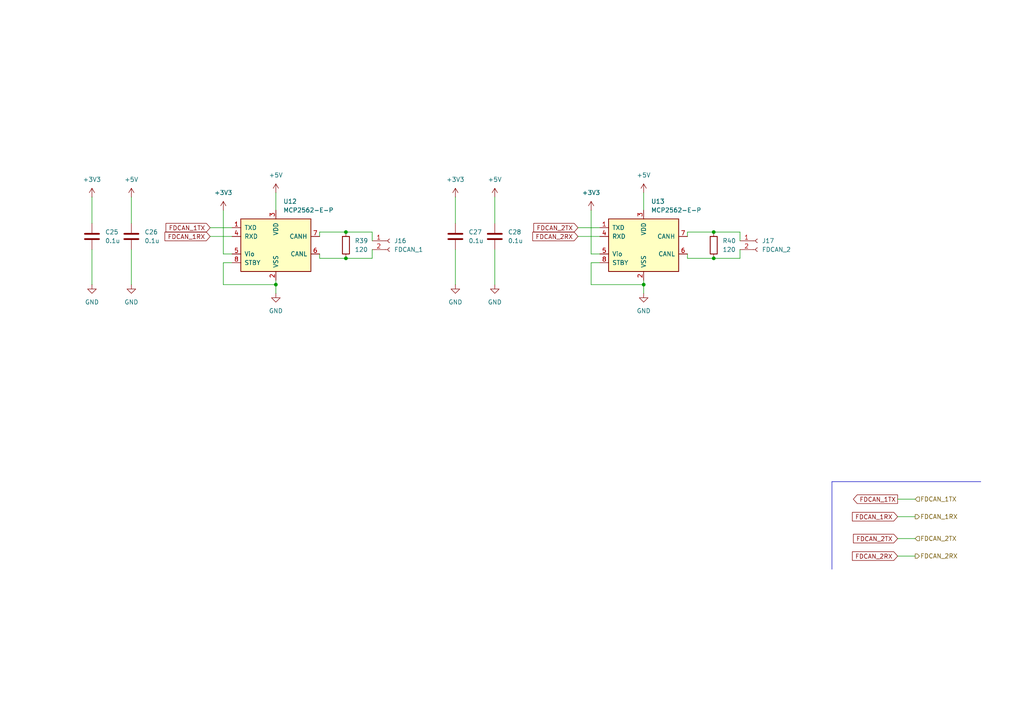
<source format=kicad_sch>
(kicad_sch (version 20250114) (generator "eeschema") (generator_version "9.0")
  (paper "A4")
  (lib_symbols
    (symbol "Connector:Conn_01x02_Socket" (pin_names (offset 1.016) (hide yes))
      (property "Reference" "J" (at 0 2.54 0))
      (property "Value" "Conn_01x02_Socket" (at 0 -5.08 0))
      (symbol "Conn_01x02_Socket_1_1"
        (polyline (pts (xy -1.27 0) (xy -0.508 0)) (stroke (width 0.1524)))
        (polyline (pts (xy -1.27 -2.54) (xy -0.508 -2.54)) (stroke (width 0.1524)))
        (arc (start 0 -0.508) (mid -0.5058 0) (end 0 0.508) (stroke (width 0.1524)))
        (arc (start 0 -3.048) (mid -0.5058 -2.54) (end 0 -2.032) (stroke (width 0.1524)))
        (pin passive line (at -5.08 0 0) (length 3.81) (name "Pin_1") (number "1"))
        (pin passive line (at -5.08 -2.54 0) (length 3.81) (name "Pin_2") (number "2"))
      )
    )
    (symbol "Device:C" (pin_numbers (hide yes)) (pin_names (offset 0.254))
      (property "Reference" "C" (at 0.635 2.54 0))
      (property "Value" "C" (at 0.635 -2.54 0))
      (symbol "C_0_1"
        (polyline (pts (xy -2.032 0.762) (xy 2.032 0.762)) (stroke (width 0.508)))
        (polyline (pts (xy -2.032 -0.762) (xy 2.032 -0.762)) (stroke (width 0.508)))
      )
      (symbol "C_1_1"
        (pin passive line (at 0 3.81 270) (length 2.794) (name "~") (number "1"))
        (pin passive line (at 0 -3.81 90) (length 2.794) (name "~") (number "2"))
      )
    )
    (symbol "Device:R" (pin_numbers (hide yes)) (pin_names (offset 0))
      (property "Reference" "R" (at 2.032 0 90))
      (property "Value" "R" (at 0 0 90))
      (symbol "R_0_1"
        (rectangle (start -1.016 -2.54) (end 1.016 2.54) (stroke (width 0.254)))
      )
      (symbol "R_1_1"
        (pin passive line (at 0 3.81 270) (length 1.27) (name "~") (number "1"))
        (pin passive line (at 0 -3.81 90) (length 1.27) (name "~") (number "2"))
      )
    )
    (symbol "Interface_CAN_LIN:MCP2562-E-P" (pin_names (offset 1.016))
      (property "Reference" "U" (at -10.16 8.89 0))
      (property "Value" "MCP2562-E-P" (at 2.54 8.89 0))
      (symbol "MCP2562-E-P_0_1"
        (rectangle (start -10.16 7.62) (end 10.16 -7.62) (stroke (width 0.254)) (fill (type background)))
      )
      (symbol "MCP2562-E-P_1_1"
        (pin input line (at -12.7 5.08 0) (length 2.54) (name "TXD") (number "1"))
        (pin output line (at -12.7 2.54 0) (length 2.54) (name "RXD") (number "4"))
        (pin power_in line (at -12.7 -2.54 0) (length 2.54) (name "Vio") (number "5"))
        (pin input line (at -12.7 -5.08 0) (length 2.54) (name "STBY") (number "8"))
        (pin power_in line (at 0 10.16 270) (length 2.54) (name "VDD") (number "3"))
        (pin power_in line (at 0 -10.16 90) (length 2.54) (name "VSS") (number "2"))
        (pin bidirectional line (at 12.7 2.54 180) (length 2.54) (name "CANH") (number "7"))
        (pin bidirectional line (at 12.7 -2.54 180) (length 2.54) (name "CANL") (number "6"))
      )
    )
    (symbol "power:+3V3" (power) (pin_numbers (hide yes)) (pin_names (offset 0) (hide yes))
      (property "Value" "+3V3" (at 0 3.556 0))
      (symbol "+3V3_0_1"
        (polyline (pts (xy -0.762 1.27) (xy 0 2.54)))
        (polyline (pts (xy 0 2.54) (xy 0.762 1.27)))
        (polyline (pts (xy 0 0) (xy 0 2.54)))
      )
      (symbol "+3V3_1_1"
        (pin power_in line (at 0 0 90) (length 0) (name "~") (number "1"))
      )
    )
    (symbol "power:+5V" (power) (pin_numbers (hide yes)) (pin_names (offset 0) (hide yes))
      (property "Value" "+5V" (at 0 3.556 0))
      (symbol "+5V_0_1"
        (polyline (pts (xy -0.762 1.27) (xy 0 2.54)))
        (polyline (pts (xy 0 2.54) (xy 0.762 1.27)))
        (polyline (pts (xy 0 0) (xy 0 2.54)))
      )
      (symbol "+5V_1_1"
        (pin power_in line (at 0 0 90) (length 0) (name "~") (number "1"))
      )
    )
    (symbol "power:GND" (power) (pin_numbers (hide yes)) (pin_names (offset 0) (hide yes))
      (property "Value" "GND" (at 0 -3.81 0))
      (symbol "GND_0_1"
        (polyline (pts (xy 0 0) (xy 0 -1.27) (xy 1.27 -1.27) (xy 0 -2.54) (xy -1.27 -1.27) (xy 0 -1.27)))
      )
      (symbol "GND_1_1"
        (pin power_in line (at 0 0 270) (length 0) (name "~") (number "1"))
      )
    )
  )
  (junction (at 100.33 67.31))
  (junction (at 207.01 74.93))
  (junction (at 186.69 82.55))
  (junction (at 207.01 67.31))
  (junction (at 100.33 74.93))
  (junction (at 80.01 82.55))
  (wire (pts (xy 171.45 73.66) (xy 171.45 60.96)))
  (wire (pts (xy 80.01 85.09) (xy 80.01 82.55)))
  (wire (pts (xy 38.1 57.15) (xy 38.1 64.77)))
  (wire (pts (xy 92.71 67.31) (xy 92.71 68.58)))
  (wire (pts (xy 265.43 156.21) (xy 260.35 156.21)))
  (wire (pts (xy 38.1 82.55) (xy 38.1 72.39)))
  (wire (pts (xy 67.31 76.2) (xy 64.77 76.2)))
  (wire (pts (xy 132.08 57.15) (xy 132.08 64.77)))
  (wire (pts (xy 207.01 74.93) (xy 214.63 74.93)))
  (wire (pts (xy 132.08 82.55) (xy 132.08 72.39)))
  (wire (pts (xy 265.43 149.86) (xy 260.35 149.86)))
  (polyline (pts (xy 241.3 139.7) (xy 241.3 165.1)))
  (polyline (pts (xy 284.48 139.7) (xy 241.3 139.7)))
  (wire (pts (xy 100.33 74.93) (xy 107.95 74.93)))
  (wire (pts (xy 100.33 67.31) (xy 92.71 67.31)))
  (wire (pts (xy 171.45 82.55) (xy 186.69 82.55)))
  (wire (pts (xy 207.01 67.31) (xy 199.39 67.31)))
  (wire (pts (xy 64.77 76.2) (xy 64.77 82.55)))
  (wire (pts (xy 207.01 67.31) (xy 214.63 67.31)))
  (wire (pts (xy 186.69 55.88) (xy 186.69 60.96)))
  (wire (pts (xy 92.71 74.93) (xy 92.71 73.66)))
  (wire (pts (xy 171.45 76.2) (xy 171.45 82.55)))
  (wire (pts (xy 26.67 82.55) (xy 26.67 72.39)))
  (wire (pts (xy 143.51 57.15) (xy 143.51 64.77)))
  (wire (pts (xy 107.95 67.31) (xy 107.95 69.85)))
  (wire (pts (xy 186.69 85.09) (xy 186.69 82.55)))
  (wire (pts (xy 100.33 67.31) (xy 107.95 67.31)))
  (wire (pts (xy 100.33 74.93) (xy 92.71 74.93)))
  (wire (pts (xy 26.67 57.15) (xy 26.67 64.77)))
  (wire (pts (xy 265.43 144.78) (xy 260.35 144.78)))
  (wire (pts (xy 199.39 74.93) (xy 199.39 73.66)))
  (wire (pts (xy 143.51 82.55) (xy 143.51 72.39)))
  (wire (pts (xy 60.96 66.04) (xy 67.31 66.04)))
  (wire (pts (xy 214.63 67.31) (xy 214.63 69.85)))
  (wire (pts (xy 67.31 73.66) (xy 64.77 73.66)))
  (wire (pts (xy 167.64 68.58) (xy 173.99 68.58)))
  (wire (pts (xy 80.01 55.88) (xy 80.01 60.96)))
  (wire (pts (xy 64.77 82.55) (xy 80.01 82.55)))
  (wire (pts (xy 199.39 67.31) (xy 199.39 68.58)))
  (wire (pts (xy 60.96 68.58) (xy 67.31 68.58)))
  (wire (pts (xy 214.63 74.93) (xy 214.63 72.39)))
  (wire (pts (xy 173.99 73.66) (xy 171.45 73.66)))
  (wire (pts (xy 186.69 82.55) (xy 186.69 81.28)))
  (wire (pts (xy 207.01 74.93) (xy 199.39 74.93)))
  (wire (pts (xy 107.95 74.93) (xy 107.95 72.39)))
  (wire (pts (xy 64.77 73.66) (xy 64.77 60.96)))
  (wire (pts (xy 173.99 76.2) (xy 171.45 76.2)))
  (wire (pts (xy 167.64 66.04) (xy 173.99 66.04)))
  (wire (pts (xy 80.01 82.55) (xy 80.01 81.28)))
  (wire (pts (xy 265.43 161.29) (xy 260.35 161.29)))
  (global_label "FDCAN_2TX" (shape input) (at 167.64 66.04 180) (property "Intersheetrefs" "${INTERSHEET_REFS}" (effects (hide yes))))
  (global_label "FDCAN_2RX" (shape input) (at 167.64 68.58 180) (property "Intersheetrefs" "${INTERSHEET_REFS}" (effects (hide yes))))
  (global_label "FDCAN_1RX" (shape input) (at 260.35 149.86 180) (property "Intersheetrefs" "${INTERSHEET_REFS}" (effects (hide yes))))
  (global_label "FDCAN_1TX" (shape output) (at 260.35 144.78 180) (property "Intersheetrefs" "${INTERSHEET_REFS}" (effects (hide yes))))
  (global_label "FDCAN_2RX" (shape input) (at 260.35 161.29 180) (property "Intersheetrefs" "${INTERSHEET_REFS}" (effects (hide yes))))
  (global_label "FDCAN_1RX" (shape input) (at 60.96 68.58 180) (property "Intersheetrefs" "${INTERSHEET_REFS}" (effects (hide yes))))
  (global_label "FDCAN_1TX" (shape input) (at 60.96 66.04 180) (property "Intersheetrefs" "${INTERSHEET_REFS}" (effects (hide yes))))
  (global_label "FDCAN_2TX" (shape input) (at 260.35 156.21 180) (property "Intersheetrefs" "${INTERSHEET_REFS}" (effects (hide yes))))
  (hierarchical_label "FDCAN_2TX" (shape input) (at 265.43 156.21 0))
  (hierarchical_label "FDCAN_1RX" (shape output) (at 265.43 149.86 0))
  (hierarchical_label "FDCAN_1TX" (shape input) (at 265.43 144.78 0))
  (hierarchical_label "FDCAN_2RX" (shape output) (at 265.43 161.29 0))
  (symbol (lib_id "Device:C") (at 38.1 68.58 0) (unit 1)
    (property "Reference" "C26" (at 41.91 67.3099 0) (effects (justify left)))
    (property "Value" "0.1u" (at 41.91 69.8499 0) (effects (justify left)))
    (property "Footprint" "Capacitor_SMD:C_0603_1608Metric_Pad1.08x0.95mm_HandSolder" (effects (hide yes)))
    (property "Description" "Unpolarized capacitor" (effects (hide yes)))
  )
  (symbol (lib_id "Device:R") (at 100.33 71.12 0) (unit 1)
    (property "Reference" "R39" (at 102.87 69.8499 0) (effects (justify left)))
    (property "Value" "120" (at 102.87 72.3899 0) (effects (justify left)))
    (property "Footprint" "Resistor_SMD:R_0603_1608Metric_Pad0.98x0.95mm_HandSolder" (effects (hide yes)))
    (property "Description" "Resistor" (effects (hide yes)))
  )
  (symbol (lib_id "Device:C") (at 132.08 68.58 0) (unit 1)
    (property "Reference" "C27" (at 135.89 67.3099 0) (effects (justify left)))
    (property "Value" "0.1u" (at 135.89 69.8499 0) (effects (justify left)))
    (property "Footprint" "Capacitor_SMD:C_0603_1608Metric_Pad1.08x0.95mm_HandSolder" (effects (hide yes)))
    (property "Description" "Unpolarized capacitor" (effects (hide yes)))
  )
  (symbol (lib_id "power:GND") (at 26.67 82.55 0) (unit 1)
    (property "Reference" "#PWR0102" (effects (hide yes)))
    (property "Value" "GND" (at 26.67 87.63 0))
    (property "Description" "Power symbol creates a global label with name \"GND\" , ground" (effects (hide yes)))
  )
  (symbol (lib_id "power:GND") (at 132.08 82.55 0) (unit 1)
    (property "Reference" "#PWR0109" (effects (hide yes)))
    (property "Value" "GND" (at 132.08 87.63 0))
    (property "Description" "Power symbol creates a global label with name \"GND\" , ground" (effects (hide yes)))
  )
  (symbol (lib_id "power:GND") (at 186.69 85.09 0) (unit 1)
    (property "Reference" "#PWR0114" (effects (hide yes)))
    (property "Value" "GND" (at 186.69 90.17 0))
    (property "Description" "Power symbol creates a global label with name \"GND\" , ground" (effects (hide yes)))
  )
  (symbol (lib_id "power:GND") (at 38.1 82.55 0) (unit 1)
    (property "Reference" "#PWR0104" (effects (hide yes)))
    (property "Value" "GND" (at 38.1 87.63 0))
    (property "Description" "Power symbol creates a global label with name \"GND\" , ground" (effects (hide yes)))
  )
  (symbol (lib_id "power:+5V") (at 80.01 55.88 0) (unit 1)
    (property "Reference" "#PWR0106" (effects (hide yes)))
    (property "Value" "+5V" (at 80.01 50.8 0))
    (property "Description" "Power symbol creates a global label with name \"+5V\"" (effects (hide yes)))
  )
  (symbol (lib_id "Device:R") (at 207.01 71.12 0) (unit 1)
    (property "Reference" "R40" (at 209.55 69.8499 0) (effects (justify left)))
    (property "Value" "120" (at 209.55 72.3899 0) (effects (justify left)))
    (property "Footprint" "Resistor_SMD:R_0603_1608Metric_Pad0.98x0.95mm_HandSolder" (effects (hide yes)))
    (property "Description" "Resistor" (effects (hide yes)))
  )
  (symbol (lib_id "power:+3V3") (at 171.45 60.96 0) (unit 1)
    (property "Reference" "#PWR0112" (effects (hide yes)))
    (property "Value" "+3V3" (at 171.45 55.88 0))
    (property "Description" "Power symbol creates a global label with name \"+3V3\"" (effects (hide yes)))
  )
  (symbol (lib_id "power:+5V") (at 143.51 57.15 0) (unit 1)
    (property "Reference" "#PWR0110" (effects (hide yes)))
    (property "Value" "+5V" (at 143.51 52.07 0))
    (property "Description" "Power symbol creates a global label with name \"+5V\"" (effects (hide yes)))
  )
  (symbol (lib_id "power:GND") (at 80.01 85.09 0) (unit 1)
    (property "Reference" "#PWR0107" (effects (hide yes)))
    (property "Value" "GND" (at 80.01 90.17 0))
    (property "Description" "Power symbol creates a global label with name \"GND\" , ground" (effects (hide yes)))
  )
  (symbol (lib_id "power:+3V3") (at 132.08 57.15 0) (unit 1)
    (property "Reference" "#PWR0108" (effects (hide yes)))
    (property "Value" "+3V3" (at 132.08 52.07 0))
    (property "Description" "Power symbol creates a global label with name \"+3V3\"" (effects (hide yes)))
  )
  (symbol (lib_id "Connector:Conn_01x02_Socket") (at 219.71 69.85 0) (unit 1)
    (property "Reference" "J17" (at 220.98 69.8499 0) (effects (justify left)))
    (property "Value" "FDCAN_2" (at 220.98 72.3899 0) (effects (justify left)))
    (property "Footprint" "Connector_JST:JST_XH_B2B-XH-A_1x02_P2.50mm_Vertical" (effects (hide yes)))
    (property "Description" "Generic connector, single row, 01x02, script generated" (effects (hide yes)))
  )
  (symbol (lib_id "Device:C") (at 143.51 68.58 0) (unit 1)
    (property "Reference" "C28" (at 147.32 67.3099 0) (effects (justify left)))
    (property "Value" "0.1u" (at 147.32 69.8499 0) (effects (justify left)))
    (property "Footprint" "Capacitor_SMD:C_0603_1608Metric_Pad1.08x0.95mm_HandSolder" (effects (hide yes)))
    (property "Description" "Unpolarized capacitor" (effects (hide yes)))
  )
  (symbol (lib_id "Device:C") (at 26.67 68.58 0) (unit 1)
    (property "Reference" "C25" (at 30.48 67.3099 0) (effects (justify left)))
    (property "Value" "0.1u" (at 30.48 69.8499 0) (effects (justify left)))
    (property "Footprint" "Capacitor_SMD:C_0603_1608Metric_Pad1.08x0.95mm_HandSolder" (effects (hide yes)))
    (property "Description" "Unpolarized capacitor" (effects (hide yes)))
  )
  (symbol (lib_id "power:GND") (at 143.51 82.55 0) (unit 1)
    (property "Reference" "#PWR0111" (effects (hide yes)))
    (property "Value" "GND" (at 143.51 87.63 0))
    (property "Description" "Power symbol creates a global label with name \"GND\" , ground" (effects (hide yes)))
  )
  (symbol (lib_id "power:+3V3") (at 26.67 57.15 0) (unit 1)
    (property "Reference" "#PWR0101" (effects (hide yes)))
    (property "Value" "+3V3" (at 26.67 52.07 0))
    (property "Description" "Power symbol creates a global label with name \"+3V3\"" (effects (hide yes)))
  )
  (symbol (lib_id "power:+3V3") (at 64.77 60.96 0) (unit 1)
    (property "Reference" "#PWR0105" (effects (hide yes)))
    (property "Value" "+3V3" (at 64.77 55.88 0))
    (property "Description" "Power symbol creates a global label with name \"+3V3\"" (effects (hide yes)))
  )
  (symbol (lib_id "Interface_CAN_LIN:MCP2562-E-P") (at 186.69 71.12 0) (unit 1)
    (property "Reference" "U13" (at 188.8333 58.42 0) (effects (justify left)))
    (property "Value" "MCP2562-E-P" (at 188.8333 60.96 0) (effects (justify left)))
    (property "Footprint" "Package_DIP:DIP-8_W7.62mm" (effects (hide yes)))
    (property "Datasheet" "http://ww1.microchip.com/downloads/en/DeviceDoc/25167A.pdf" (effects (hide yes)))
    (property "Description" "High-Speed CAN Transceiver, 1Mbps, 5V supply, Vio pin, -40C to +125C, DIP-8" (effects (hide yes)))
  )
  (symbol (lib_id "power:+5V") (at 186.69 55.88 0) (unit 1)
    (property "Reference" "#PWR0113" (effects (hide yes)))
    (property "Value" "+5V" (at 186.69 50.8 0))
    (property "Description" "Power symbol creates a global label with name \"+5V\"" (effects (hide yes)))
  )
  (symbol (lib_id "Connector:Conn_01x02_Socket") (at 113.03 69.85 0) (unit 1)
    (property "Reference" "J16" (at 114.3 69.8499 0) (effects (justify left)))
    (property "Value" "FDCAN_1" (at 114.3 72.3899 0) (effects (justify left)))
    (property "Footprint" "Connector_JST:JST_XH_B2B-XH-A_1x02_P2.50mm_Vertical" (effects (hide yes)))
    (property "Description" "Generic connector, single row, 01x02, script generated" (effects (hide yes)))
  )
  (symbol (lib_id "power:+5V") (at 38.1 57.15 0) (unit 1)
    (property "Reference" "#PWR0103" (effects (hide yes)))
    (property "Value" "+5V" (at 38.1 52.07 0))
    (property "Description" "Power symbol creates a global label with name \"+5V\"" (effects (hide yes)))
  )
  (symbol (lib_id "Interface_CAN_LIN:MCP2562-E-P") (at 80.01 71.12 0) (unit 1)
    (property "Reference" "U12" (at 82.1533 58.42 0) (effects (justify left)))
    (property "Value" "MCP2562-E-P" (at 82.1533 60.96 0) (effects (justify left)))
    (property "Footprint" "Package_DIP:DIP-8_W7.62mm" (effects (hide yes)))
    (property "Datasheet" "http://ww1.microchip.com/downloads/en/DeviceDoc/25167A.pdf" (effects (hide yes)))
    (property "Description" "High-Speed CAN Transceiver, 1Mbps, 5V supply, Vio pin, -40C to +125C, DIP-8" (effects (hide yes)))
  )
)
</source>
